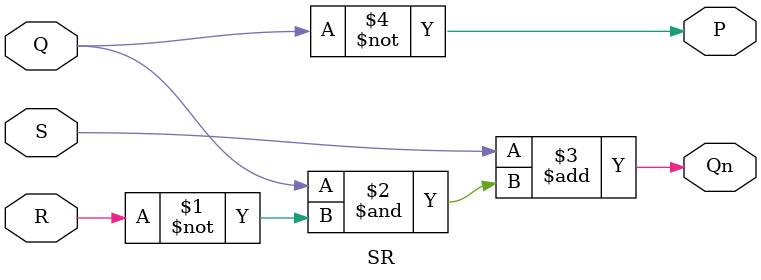
<source format=v>
module SR(output Qn,P,input S,R,Q);
assign Qn=(S+(Q&(~R)));
assign P=~Q;
endmodule

</source>
